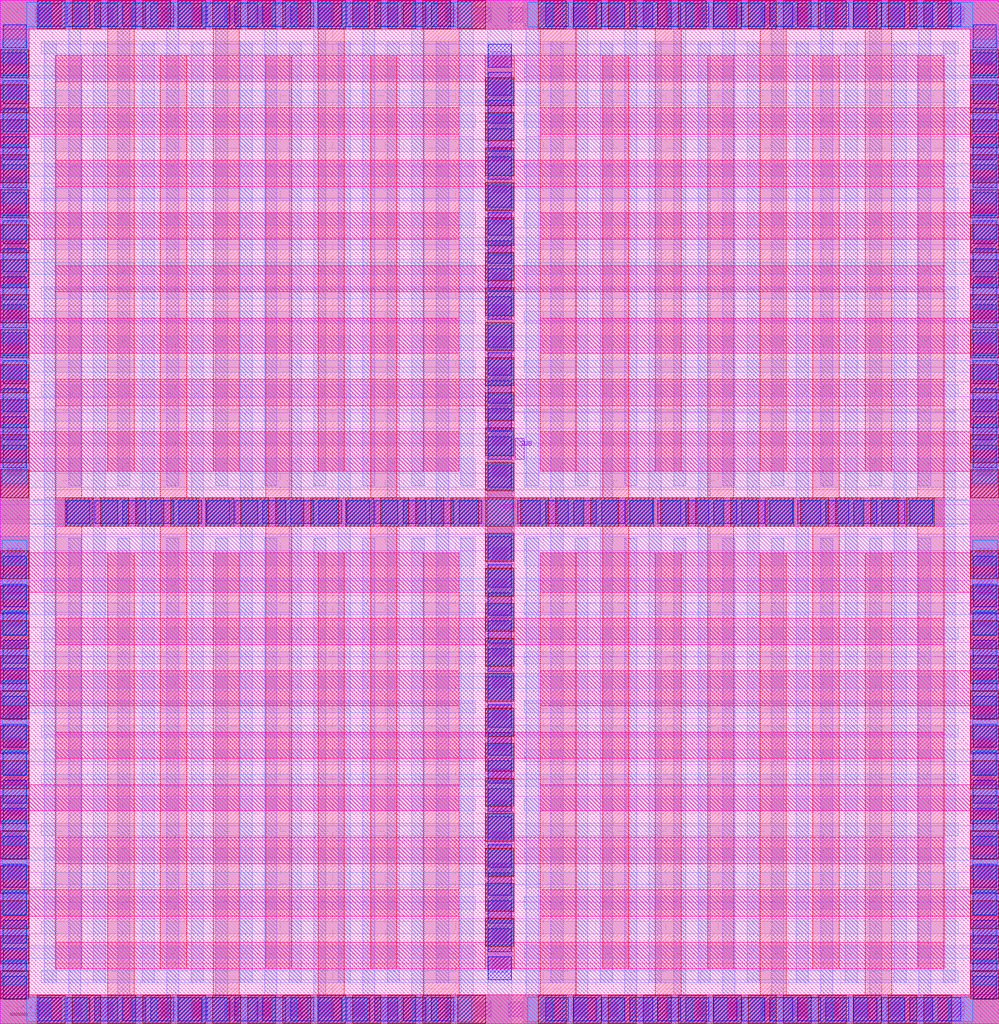
<source format=lef>
# Copyright 2020 The SkyWater PDK Authors
#
# Licensed under the Apache License, Version 2.0 (the "License");
# you may not use this file except in compliance with the License.
# You may obtain a copy of the License at
#
#     https://www.apache.org/licenses/LICENSE-2.0
#
# Unless required by applicable law or agreed to in writing, software
# distributed under the License is distributed on an "AS IS" BASIS,
# WITHOUT WARRANTIES OR CONDITIONS OF ANY KIND, either express or implied.
# See the License for the specific language governing permissions and
# limitations under the License.
#
# SPDX-License-Identifier: Apache-2.0

VERSION 5.7 ;
  NOWIREEXTENSIONATPIN ON ;
  DIVIDERCHAR "/" ;
  BUSBITCHARS "[]" ;
MACRO sky130_fd_pr__cap_vpp_11p5x11p7_l1m1m2m3m4_shieldpom5
  CLASS BLOCK ;
  FOREIGN sky130_fd_pr__cap_vpp_11p5x11p7_l1m1m2m3m4_shieldpom5 ;
  ORIGIN  0.000000  0.000000 ;
  SIZE  11.41000 BY  11.69000 ;
  PIN C0
    PORT
      LAYER met4 ;
        RECT  0.000000  0.000000 11.410000  0.330000 ;
        RECT  0.000000  0.330000  0.330000  1.230000 ;
        RECT  0.000000  1.230000  5.240000  1.530000 ;
        RECT  0.000000  1.530000  0.330000  2.430000 ;
        RECT  0.000000  2.430000  5.240000  2.730000 ;
        RECT  0.000000  2.730000  0.330000  3.630000 ;
        RECT  0.000000  3.630000  5.240000  4.030000 ;
        RECT  0.000000  4.030000  0.330000  4.930000 ;
        RECT  0.000000  4.930000  5.240000  5.380000 ;
        RECT  0.000000  5.380000  0.330000  6.310000 ;
        RECT  0.000000  6.310000  5.240000  6.760000 ;
        RECT  0.000000  6.760000  0.330000  7.660000 ;
        RECT  0.000000  7.660000  5.240000  8.060000 ;
        RECT  0.000000  8.060000  0.330000  8.960000 ;
        RECT  0.000000  8.960000  5.240000  9.260000 ;
        RECT  0.000000  9.260000  0.330000 10.160000 ;
        RECT  0.000000 10.160000  5.240000 10.460000 ;
        RECT  0.000000 10.460000  0.330000 11.360000 ;
        RECT  0.000000 11.360000 11.410000 11.690000 ;
        RECT  6.170000  1.230000 11.410000  1.530000 ;
        RECT  6.170000  2.430000 11.410000  2.730000 ;
        RECT  6.170000  3.630000 11.410000  4.030000 ;
        RECT  6.170000  4.930000 11.410000  5.380000 ;
        RECT  6.170000  6.310000 11.410000  6.760000 ;
        RECT  6.170000  7.660000 11.410000  8.060000 ;
        RECT  6.170000  8.960000 11.410000  9.260000 ;
        RECT  6.170000 10.160000 11.410000 10.460000 ;
        RECT 11.080000  0.330000 11.410000  1.230000 ;
        RECT 11.080000  1.530000 11.410000  2.430000 ;
        RECT 11.080000  2.730000 11.410000  3.630000 ;
        RECT 11.080000  4.030000 11.410000  4.930000 ;
        RECT 11.080000  5.380000 11.410000  6.310000 ;
        RECT 11.080000  6.760000 11.410000  7.660000 ;
        RECT 11.080000  8.060000 11.410000  8.960000 ;
        RECT 11.080000  9.260000 11.410000 10.160000 ;
        RECT 11.080000 10.460000 11.410000 11.360000 ;
    END
  END C0
  PIN C1
    PORT
      LAYER met4 ;
        RECT 0.630000  0.630000 10.780000  0.930000 ;
        RECT 0.630000  1.830000 10.780000  2.130000 ;
        RECT 0.630000  3.030000 10.780000  3.330000 ;
        RECT 0.630000  4.330000 10.780000  4.630000 ;
        RECT 0.630000  5.680000 10.780000  6.010000 ;
        RECT 0.630000  7.060000 10.780000  7.360000 ;
        RECT 0.630000  8.360000 10.780000  8.660000 ;
        RECT 0.630000  9.560000 10.780000  9.860000 ;
        RECT 0.630000 10.760000 10.780000 11.060000 ;
        RECT 5.540000  0.930000  5.870000  1.830000 ;
        RECT 5.540000  2.130000  5.870000  3.030000 ;
        RECT 5.540000  3.330000  5.870000  4.330000 ;
        RECT 5.540000  4.630000  5.870000  5.680000 ;
        RECT 5.540000  6.010000  5.870000  7.060000 ;
        RECT 5.540000  7.360000  5.870000  8.360000 ;
        RECT 5.540000  8.660000  5.870000  9.560000 ;
        RECT 5.540000  9.860000  5.870000 10.760000 ;
    END
  END C1
  PIN MET5
    PORT
      LAYER met5 ;
        RECT 0.000000 0.000000 11.410000 11.690000 ;
    END
  END MET5
  PIN SUB
    PORT
      LAYER pwell ;
        RECT 5.880000 6.445000 5.985000 6.690000 ;
    END
  END SUB
  OBS
    LAYER li1 ;
      RECT  0.000000  0.000000 11.410000  0.330000 ;
      RECT  0.000000  0.330000  0.330000  0.860000 ;
      RECT  0.000000  0.860000  5.400000  1.030000 ;
      RECT  0.000000  1.030000  0.330000  1.560000 ;
      RECT  0.000000  1.560000  5.400000  1.730000 ;
      RECT  0.000000  1.730000  0.330000  2.260000 ;
      RECT  0.000000  2.260000  5.400000  2.430000 ;
      RECT  0.000000  2.430000  0.330000  2.960000 ;
      RECT  0.000000  2.960000  5.400000  3.130000 ;
      RECT  0.000000  3.130000  0.330000  3.660000 ;
      RECT  0.000000  3.660000  5.400000  3.830000 ;
      RECT  0.000000  3.830000  0.330000  4.360000 ;
      RECT  0.000000  4.360000  5.400000  4.530000 ;
      RECT  0.000000  4.530000  0.330000  5.060000 ;
      RECT  0.000000  5.060000  5.400000  5.230000 ;
      RECT  0.000000  5.230000  0.330000  5.760000 ;
      RECT  0.000000  5.760000  5.400000  5.930000 ;
      RECT  0.000000  5.930000  0.330000  6.460000 ;
      RECT  0.000000  6.460000  5.400000  6.630000 ;
      RECT  0.000000  6.630000  0.330000  7.150000 ;
      RECT  0.000000  7.150000  5.400000  7.330000 ;
      RECT  0.000000  7.330000  0.330000  7.860000 ;
      RECT  0.000000  7.860000  5.400000  8.030000 ;
      RECT  0.000000  8.030000  0.330000  8.560000 ;
      RECT  0.000000  8.560000  5.400000  8.730000 ;
      RECT  0.000000  8.730000  0.330000  9.260000 ;
      RECT  0.000000  9.260000  5.400000  9.430000 ;
      RECT  0.000000  9.430000  0.330000  9.960000 ;
      RECT  0.000000  9.960000  5.400000 10.130000 ;
      RECT  0.000000 10.130000  0.330000 10.660000 ;
      RECT  0.000000 10.660000  5.400000 10.830000 ;
      RECT  0.000000 10.830000  0.330000 11.360000 ;
      RECT  0.000000 11.360000 11.410000 11.690000 ;
      RECT  0.500000  0.500000 10.905000  0.690000 ;
      RECT  0.500000  1.200000 10.905000  1.390000 ;
      RECT  0.500000  1.900000 10.905000  2.090000 ;
      RECT  0.500000  2.600000 10.905000  2.790000 ;
      RECT  0.500000  3.300000 10.905000  3.490000 ;
      RECT  0.500000  4.000000 10.905000  4.190000 ;
      RECT  0.500000  4.700000 10.905000  4.890000 ;
      RECT  0.500000  5.400000 10.905000  5.590000 ;
      RECT  0.500000  6.100000 10.905000  6.290000 ;
      RECT  0.500000  6.800000 10.905000  6.980000 ;
      RECT  0.500000  7.500000 10.905000  7.690000 ;
      RECT  0.500000  8.200000 10.905000  8.390000 ;
      RECT  0.500000  8.900000 10.905000  9.090000 ;
      RECT  0.500000  9.600000 10.905000  9.790000 ;
      RECT  0.500000 10.300000 10.905000 10.490000 ;
      RECT  0.500000 11.000000 10.905000 11.190000 ;
      RECT  5.570000  0.690000  5.840000  1.200000 ;
      RECT  5.570000  1.390000  5.840000  1.900000 ;
      RECT  5.570000  2.090000  5.840000  2.600000 ;
      RECT  5.570000  2.790000  5.840000  3.300000 ;
      RECT  5.570000  3.490000  5.840000  4.000000 ;
      RECT  5.570000  4.190000  5.840000  4.700000 ;
      RECT  5.570000  4.890000  5.840000  5.400000 ;
      RECT  5.570000  5.590000  5.840000  6.100000 ;
      RECT  5.570000  6.290000  5.840000  6.800000 ;
      RECT  5.570000  6.980000 10.905000  6.990000 ;
      RECT  5.570000  6.990000  5.840000  7.500000 ;
      RECT  5.570000  7.690000  5.840000  8.200000 ;
      RECT  5.570000  8.390000  5.840000  8.900000 ;
      RECT  5.570000  9.090000  5.840000  9.600000 ;
      RECT  5.570000  9.790000  5.840000 10.300000 ;
      RECT  5.570000 10.490000  5.840000 11.000000 ;
      RECT  6.010000  0.860000 11.410000  1.030000 ;
      RECT  6.010000  1.560000 11.410000  1.730000 ;
      RECT  6.010000  2.260000 11.410000  2.430000 ;
      RECT  6.010000  2.960000 11.410000  3.130000 ;
      RECT  6.010000  3.660000 11.410000  3.830000 ;
      RECT  6.010000  4.360000 11.410000  4.530000 ;
      RECT  6.010000  5.060000 11.410000  5.230000 ;
      RECT  6.010000  5.760000 11.410000  5.930000 ;
      RECT  6.010000  6.460000 11.410000  6.630000 ;
      RECT  6.010000  7.160000 11.410000  7.330000 ;
      RECT  6.010000  7.860000 11.410000  8.030000 ;
      RECT  6.010000  8.560000 11.410000  8.730000 ;
      RECT  6.010000  9.260000 11.410000  9.430000 ;
      RECT  6.010000  9.960000 11.410000 10.130000 ;
      RECT  6.010000 10.660000 11.410000 10.830000 ;
      RECT 11.080000  0.330000 11.410000  0.860000 ;
      RECT 11.080000  1.030000 11.410000  1.560000 ;
      RECT 11.080000  1.730000 11.410000  2.260000 ;
      RECT 11.080000  2.430000 11.410000  2.960000 ;
      RECT 11.080000  3.130000 11.410000  3.660000 ;
      RECT 11.080000  3.830000 11.410000  4.360000 ;
      RECT 11.080000  4.530000 11.410000  5.060000 ;
      RECT 11.080000  5.230000 11.410000  5.760000 ;
      RECT 11.080000  5.930000 11.410000  6.460000 ;
      RECT 11.080000  6.630000 11.410000  7.160000 ;
      RECT 11.080000  7.330000 11.410000  7.860000 ;
      RECT 11.080000  8.030000 11.410000  8.560000 ;
      RECT 11.080000  8.730000 11.410000  9.260000 ;
      RECT 11.080000  9.430000 11.410000  9.960000 ;
      RECT 11.080000 10.130000 11.410000 10.660000 ;
      RECT 11.080000 10.830000 11.410000 11.360000 ;
    LAYER mcon ;
      RECT  0.080000  0.580000  0.250000  0.750000 ;
      RECT  0.080000  0.940000  0.250000  1.110000 ;
      RECT  0.080000  1.300000  0.250000  1.470000 ;
      RECT  0.080000  1.660000  0.250000  1.830000 ;
      RECT  0.080000  2.020000  0.250000  2.190000 ;
      RECT  0.080000  2.380000  0.250000  2.550000 ;
      RECT  0.080000  2.740000  0.250000  2.910000 ;
      RECT  0.080000  3.100000  0.250000  3.270000 ;
      RECT  0.080000  3.460000  0.250000  3.630000 ;
      RECT  0.080000  3.820000  0.250000  3.990000 ;
      RECT  0.080000  4.180000  0.250000  4.350000 ;
      RECT  0.080000  4.540000  0.250000  4.710000 ;
      RECT  0.080000  4.900000  0.250000  5.070000 ;
      RECT  0.080000  5.260000  0.250000  5.430000 ;
      RECT  0.080000  6.260000  0.250000  6.430000 ;
      RECT  0.080000  6.620000  0.250000  6.790000 ;
      RECT  0.080000  6.980000  0.250000  7.150000 ;
      RECT  0.080000  7.340000  0.250000  7.510000 ;
      RECT  0.080000  7.700000  0.250000  7.870000 ;
      RECT  0.080000  8.060000  0.250000  8.230000 ;
      RECT  0.080000  8.420000  0.250000  8.590000 ;
      RECT  0.080000  8.780000  0.250000  8.950000 ;
      RECT  0.080000  9.140000  0.250000  9.310000 ;
      RECT  0.080000  9.500000  0.250000  9.670000 ;
      RECT  0.080000  9.860000  0.250000 10.030000 ;
      RECT  0.080000 10.220000  0.250000 10.390000 ;
      RECT  0.080000 10.580000  0.250000 10.750000 ;
      RECT  0.080000 10.940000  0.250000 11.110000 ;
      RECT  0.400000  0.080000  0.570000  0.250000 ;
      RECT  0.400000 11.440000  0.570000 11.610000 ;
      RECT  0.760000  0.080000  0.930000  0.250000 ;
      RECT  0.760000 11.440000  0.930000 11.610000 ;
      RECT  1.120000  0.080000  1.290000  0.250000 ;
      RECT  1.120000 11.440000  1.290000 11.610000 ;
      RECT  1.480000  0.080000  1.650000  0.250000 ;
      RECT  1.480000 11.440000  1.650000 11.610000 ;
      RECT  1.840000  0.080000  2.010000  0.250000 ;
      RECT  1.840000 11.440000  2.010000 11.610000 ;
      RECT  2.200000  0.080000  2.370000  0.250000 ;
      RECT  2.200000 11.440000  2.370000 11.610000 ;
      RECT  2.560000  0.080000  2.730000  0.250000 ;
      RECT  2.560000 11.440000  2.730000 11.610000 ;
      RECT  2.920000  0.080000  3.090000  0.250000 ;
      RECT  2.920000 11.440000  3.090000 11.610000 ;
      RECT  3.280000  0.080000  3.450000  0.250000 ;
      RECT  3.280000 11.440000  3.450000 11.610000 ;
      RECT  3.640000  0.080000  3.810000  0.250000 ;
      RECT  3.640000 11.440000  3.810000 11.610000 ;
      RECT  4.000000  0.080000  4.170000  0.250000 ;
      RECT  4.000000 11.440000  4.170000 11.610000 ;
      RECT  4.360000  0.080000  4.530000  0.250000 ;
      RECT  4.360000 11.440000  4.530000 11.610000 ;
      RECT  4.720000  0.080000  4.890000  0.250000 ;
      RECT  4.720000 11.440000  4.890000 11.610000 ;
      RECT  5.080000  0.080000  5.250000  0.250000 ;
      RECT  5.080000 11.440000  5.250000 11.610000 ;
      RECT  5.440000  0.080000  5.610000  0.250000 ;
      RECT  5.440000 11.440000  5.610000 11.610000 ;
      RECT  5.620000  0.590000  5.790000  0.760000 ;
      RECT  5.620000  0.950000  5.790000  1.120000 ;
      RECT  5.620000  1.310000  5.790000  1.480000 ;
      RECT  5.620000  1.670000  5.790000  1.840000 ;
      RECT  5.620000  2.030000  5.790000  2.200000 ;
      RECT  5.620000  2.390000  5.790000  2.560000 ;
      RECT  5.620000  2.750000  5.790000  2.920000 ;
      RECT  5.620000  3.110000  5.790000  3.280000 ;
      RECT  5.620000  3.470000  5.790000  3.640000 ;
      RECT  5.620000  3.830000  5.790000  4.000000 ;
      RECT  5.620000  4.190000  5.790000  4.360000 ;
      RECT  5.620000  4.550000  5.790000  4.720000 ;
      RECT  5.620000  4.910000  5.790000  5.080000 ;
      RECT  5.620000  5.270000  5.790000  5.440000 ;
      RECT  5.620000  6.250000  5.790000  6.420000 ;
      RECT  5.620000  6.610000  5.790000  6.780000 ;
      RECT  5.620000  6.970000  5.790000  7.140000 ;
      RECT  5.620000  7.330000  5.790000  7.500000 ;
      RECT  5.620000  7.690000  5.790000  7.860000 ;
      RECT  5.620000  8.050000  5.790000  8.220000 ;
      RECT  5.620000  8.410000  5.790000  8.580000 ;
      RECT  5.620000  8.770000  5.790000  8.940000 ;
      RECT  5.620000  9.130000  5.790000  9.300000 ;
      RECT  5.620000  9.490000  5.790000  9.660000 ;
      RECT  5.620000  9.850000  5.790000 10.020000 ;
      RECT  5.620000 10.210000  5.790000 10.380000 ;
      RECT  5.620000 10.570000  5.790000 10.740000 ;
      RECT  5.620000 10.930000  5.790000 11.100000 ;
      RECT  5.800000  0.080000  5.970000  0.250000 ;
      RECT  5.800000 11.440000  5.970000 11.610000 ;
      RECT  6.160000  0.080000  6.330000  0.250000 ;
      RECT  6.160000 11.440000  6.330000 11.610000 ;
      RECT  6.520000  0.080000  6.690000  0.250000 ;
      RECT  6.520000 11.440000  6.690000 11.610000 ;
      RECT  6.880000  0.080000  7.050000  0.250000 ;
      RECT  6.880000 11.440000  7.050000 11.610000 ;
      RECT  7.240000  0.080000  7.410000  0.250000 ;
      RECT  7.240000 11.440000  7.410000 11.610000 ;
      RECT  7.600000  0.080000  7.770000  0.250000 ;
      RECT  7.600000 11.440000  7.770000 11.610000 ;
      RECT  7.960000  0.080000  8.130000  0.250000 ;
      RECT  7.960000 11.440000  8.130000 11.610000 ;
      RECT  8.320000  0.080000  8.490000  0.250000 ;
      RECT  8.320000 11.440000  8.490000 11.610000 ;
      RECT  8.680000  0.080000  8.850000  0.250000 ;
      RECT  8.680000 11.440000  8.850000 11.610000 ;
      RECT  9.040000  0.080000  9.210000  0.250000 ;
      RECT  9.040000 11.440000  9.210000 11.610000 ;
      RECT  9.400000  0.080000  9.570000  0.250000 ;
      RECT  9.400000 11.440000  9.570000 11.610000 ;
      RECT  9.760000  0.080000  9.930000  0.250000 ;
      RECT  9.760000 11.440000  9.930000 11.610000 ;
      RECT 10.120000  0.080000 10.290000  0.250000 ;
      RECT 10.120000 11.440000 10.290000 11.610000 ;
      RECT 10.480000  0.080000 10.650000  0.250000 ;
      RECT 10.480000 11.440000 10.650000 11.610000 ;
      RECT 10.840000  0.080000 11.010000  0.250000 ;
      RECT 10.840000 11.440000 11.010000 11.610000 ;
      RECT 11.160000  0.580000 11.330000  0.750000 ;
      RECT 11.160000  0.940000 11.330000  1.110000 ;
      RECT 11.160000  1.300000 11.330000  1.470000 ;
      RECT 11.160000  1.660000 11.330000  1.830000 ;
      RECT 11.160000  2.020000 11.330000  2.190000 ;
      RECT 11.160000  2.380000 11.330000  2.550000 ;
      RECT 11.160000  2.740000 11.330000  2.910000 ;
      RECT 11.160000  3.100000 11.330000  3.270000 ;
      RECT 11.160000  3.460000 11.330000  3.630000 ;
      RECT 11.160000  3.820000 11.330000  3.990000 ;
      RECT 11.160000  4.180000 11.330000  4.350000 ;
      RECT 11.160000  4.540000 11.330000  4.710000 ;
      RECT 11.160000  4.900000 11.330000  5.070000 ;
      RECT 11.160000  5.260000 11.330000  5.430000 ;
      RECT 11.160000  6.260000 11.330000  6.430000 ;
      RECT 11.160000  6.620000 11.330000  6.790000 ;
      RECT 11.160000  6.980000 11.330000  7.150000 ;
      RECT 11.160000  7.340000 11.330000  7.510000 ;
      RECT 11.160000  7.700000 11.330000  7.870000 ;
      RECT 11.160000  8.060000 11.330000  8.230000 ;
      RECT 11.160000  8.420000 11.330000  8.590000 ;
      RECT 11.160000  8.780000 11.330000  8.950000 ;
      RECT 11.160000  9.140000 11.330000  9.310000 ;
      RECT 11.160000  9.500000 11.330000  9.670000 ;
      RECT 11.160000  9.860000 11.330000 10.030000 ;
      RECT 11.160000 10.220000 11.330000 10.390000 ;
      RECT 11.160000 10.580000 11.330000 10.750000 ;
      RECT 11.160000 10.940000 11.330000 11.110000 ;
    LAYER met1 ;
      RECT  0.000000  0.000000 11.410000  0.330000 ;
      RECT  0.000000  0.330000  0.330000 11.360000 ;
      RECT  0.000000 11.360000 11.410000 11.690000 ;
      RECT  0.500000  0.470000  0.640000  5.685000 ;
      RECT  0.500000  5.685000 10.910000  6.005000 ;
      RECT  0.500000  6.005000  0.640000 11.220000 ;
      RECT  0.780000  0.330000  0.920000  5.545000 ;
      RECT  0.780000  6.145000  0.920000 11.360000 ;
      RECT  1.060000  0.470000  1.200000  5.685000 ;
      RECT  1.060000  6.005000  1.200000 11.220000 ;
      RECT  1.340000  0.330000  1.480000  5.545000 ;
      RECT  1.340000  6.145000  1.480000 11.360000 ;
      RECT  1.620000  0.470000  1.760000  5.685000 ;
      RECT  1.620000  6.005000  1.760000 11.220000 ;
      RECT  1.900000  0.330000  2.040000  5.545000 ;
      RECT  1.900000  6.145000  2.040000 11.360000 ;
      RECT  2.180000  0.470000  2.320000  5.685000 ;
      RECT  2.180000  6.005000  2.320000 11.220000 ;
      RECT  2.460000  0.330000  2.600000  5.545000 ;
      RECT  2.460000  6.145000  2.600000 11.360000 ;
      RECT  2.740000  0.470000  2.880000  5.685000 ;
      RECT  2.740000  6.005000  2.880000 11.220000 ;
      RECT  3.020000  0.330000  3.160000  5.545000 ;
      RECT  3.020000  6.145000  3.160000 11.360000 ;
      RECT  3.300000  0.470000  3.440000  5.685000 ;
      RECT  3.300000  6.005000  3.440000 11.220000 ;
      RECT  3.580000  0.330000  3.720000  5.545000 ;
      RECT  3.580000  6.145000  3.720000 11.360000 ;
      RECT  3.860000  0.470000  4.000000  5.685000 ;
      RECT  3.860000  6.005000  4.000000 11.220000 ;
      RECT  4.140000  0.330000  4.280000  5.545000 ;
      RECT  4.140000  6.145000  4.280000 11.360000 ;
      RECT  4.420000  0.470000  4.560000  5.685000 ;
      RECT  4.420000  6.005000  4.560000 11.220000 ;
      RECT  4.700000  0.330000  4.840000  5.545000 ;
      RECT  4.700000  6.145000  4.840000 11.360000 ;
      RECT  4.980000  0.470000  5.120000  5.685000 ;
      RECT  4.980000  6.005000  5.120000 11.220000 ;
      RECT  5.260000  0.330000  5.400000  5.545000 ;
      RECT  5.260000  6.145000  5.400000 11.360000 ;
      RECT  5.570000  0.470000  5.840000  5.685000 ;
      RECT  5.570000  6.005000  5.840000 11.220000 ;
      RECT  6.010000  0.330000  6.150000  5.545000 ;
      RECT  6.010000  6.145000  6.150000 11.360000 ;
      RECT  6.290000  0.470000  6.430000  5.685000 ;
      RECT  6.290000  6.005000  6.430000 11.220000 ;
      RECT  6.570000  0.330000  6.710000  5.545000 ;
      RECT  6.570000  6.145000  6.710000 11.360000 ;
      RECT  6.850000  0.470000  6.990000  5.685000 ;
      RECT  6.850000  6.005000  6.990000 11.220000 ;
      RECT  7.130000  0.330000  7.270000  5.545000 ;
      RECT  7.130000  6.145000  7.270000 11.360000 ;
      RECT  7.410000  0.470000  7.550000  5.685000 ;
      RECT  7.410000  6.005000  7.550000 11.220000 ;
      RECT  7.690000  0.330000  7.830000  5.545000 ;
      RECT  7.690000  6.145000  7.830000 11.360000 ;
      RECT  7.970000  0.470000  8.110000  5.685000 ;
      RECT  7.970000  6.005000  8.110000 11.220000 ;
      RECT  8.250000  0.330000  8.390000  5.545000 ;
      RECT  8.250000  6.145000  8.390000 11.360000 ;
      RECT  8.530000  0.470000  8.670000  5.685000 ;
      RECT  8.530000  6.005000  8.670000 11.220000 ;
      RECT  8.810000  0.330000  8.950000  5.545000 ;
      RECT  8.810000  6.145000  8.950000 11.360000 ;
      RECT  9.090000  0.470000  9.230000  5.685000 ;
      RECT  9.090000  6.005000  9.230000 11.220000 ;
      RECT  9.370000  0.330000  9.510000  5.545000 ;
      RECT  9.370000  6.145000  9.510000 11.360000 ;
      RECT  9.650000  0.470000  9.790000  5.685000 ;
      RECT  9.650000  6.005000  9.790000 11.220000 ;
      RECT  9.930000  0.330000 10.070000  5.545000 ;
      RECT  9.930000  6.145000 10.070000 11.360000 ;
      RECT 10.210000  0.470000 10.350000  5.685000 ;
      RECT 10.210000  6.005000 10.350000 11.220000 ;
      RECT 10.490000  0.330000 10.630000  5.545000 ;
      RECT 10.490000  6.145000 10.630000 11.360000 ;
      RECT 10.770000  0.470000 10.910000  5.685000 ;
      RECT 10.770000  6.005000 10.910000 11.220000 ;
      RECT 11.080000  0.330000 11.410000 11.360000 ;
    LAYER met2 ;
      RECT  0.000000  0.000000  5.430000  0.330000 ;
      RECT  0.000000  0.330000  0.330000  0.750000 ;
      RECT  0.000000  0.750000  5.425000  0.890000 ;
      RECT  0.000000  0.890000  0.330000  1.310000 ;
      RECT  0.000000  1.310000  5.425000  1.450000 ;
      RECT  0.000000  1.450000  0.330000  1.870000 ;
      RECT  0.000000  1.870000  5.425000  2.010000 ;
      RECT  0.000000  2.010000  0.330000  2.430000 ;
      RECT  0.000000  2.430000  5.425000  2.570000 ;
      RECT  0.000000  2.570000  0.330000  2.990000 ;
      RECT  0.000000  2.990000  5.425000  3.130000 ;
      RECT  0.000000  3.130000  0.330000  3.550000 ;
      RECT  0.000000  3.550000  5.425000  3.690000 ;
      RECT  0.000000  3.690000  0.330000  4.110000 ;
      RECT  0.000000  4.110000  5.425000  4.250000 ;
      RECT  0.000000  4.250000  0.330000  4.670000 ;
      RECT  0.000000  4.670000  5.425000  4.810000 ;
      RECT  0.000000  4.810000  0.330000  5.230000 ;
      RECT  0.000000  5.230000  5.425000  5.565000 ;
      RECT  0.000000  5.565000  0.330000  5.570000 ;
      RECT  0.000000  5.710000 11.410000  5.980000 ;
      RECT  0.000000  6.120000  0.330000  6.125000 ;
      RECT  0.000000  6.125000  5.425000  6.460000 ;
      RECT  0.000000  6.460000  0.330000  6.880000 ;
      RECT  0.000000  6.880000  5.425000  7.020000 ;
      RECT  0.000000  7.020000  0.330000  7.440000 ;
      RECT  0.000000  7.440000  5.425000  7.580000 ;
      RECT  0.000000  7.580000  0.330000  8.000000 ;
      RECT  0.000000  8.000000  5.425000  8.140000 ;
      RECT  0.000000  8.140000  0.330000  8.560000 ;
      RECT  0.000000  8.560000  5.425000  8.700000 ;
      RECT  0.000000  8.700000  0.330000  9.120000 ;
      RECT  0.000000  9.120000  5.425000  9.260000 ;
      RECT  0.000000  9.260000  0.330000  9.680000 ;
      RECT  0.000000  9.680000  5.425000  9.820000 ;
      RECT  0.000000  9.820000  0.330000 10.240000 ;
      RECT  0.000000 10.240000  5.425000 10.380000 ;
      RECT  0.000000 10.380000  0.330000 10.800000 ;
      RECT  0.000000 10.800000  5.425000 10.940000 ;
      RECT  0.000000 10.940000  0.330000 11.360000 ;
      RECT  0.000000 11.360000  5.430000 11.690000 ;
      RECT  0.370000  5.705000 11.040000  5.710000 ;
      RECT  0.370000  5.980000 11.040000  5.985000 ;
      RECT  0.470000  0.470000 10.940000  0.610000 ;
      RECT  0.470000  1.030000 10.940000  1.170000 ;
      RECT  0.470000  1.590000 10.940000  1.730000 ;
      RECT  0.470000  2.150000 10.940000  2.290000 ;
      RECT  0.470000  2.710000 10.940000  2.850000 ;
      RECT  0.470000  3.270000 10.940000  3.410000 ;
      RECT  0.470000  3.830000 10.940000  3.970000 ;
      RECT  0.470000  4.390000 10.940000  4.530000 ;
      RECT  0.470000  4.950000 10.940000  5.090000 ;
      RECT  0.470000  6.600000 10.940000  6.740000 ;
      RECT  0.470000  7.160000 10.940000  7.300000 ;
      RECT  0.470000  7.720000 10.940000  7.860000 ;
      RECT  0.470000  8.280000 10.940000  8.420000 ;
      RECT  0.470000  8.840000 10.940000  8.980000 ;
      RECT  0.470000  9.400000 10.940000  9.540000 ;
      RECT  0.470000  9.960000 10.940000 10.100000 ;
      RECT  0.470000 10.520000 10.940000 10.660000 ;
      RECT  0.470000 11.080000 10.940000 11.220000 ;
      RECT  5.565000  0.610000  5.845000  1.030000 ;
      RECT  5.565000  1.170000  5.845000  1.590000 ;
      RECT  5.565000  1.730000  5.845000  2.150000 ;
      RECT  5.565000  2.290000  5.845000  2.710000 ;
      RECT  5.565000  2.850000  5.845000  3.270000 ;
      RECT  5.565000  3.410000  5.845000  3.830000 ;
      RECT  5.565000  3.970000  5.845000  4.390000 ;
      RECT  5.565000  4.530000  5.845000  4.950000 ;
      RECT  5.565000  5.090000  5.845000  5.705000 ;
      RECT  5.565000  5.985000  5.845000  6.600000 ;
      RECT  5.565000  6.740000  5.845000  7.160000 ;
      RECT  5.565000  7.300000  5.845000  7.720000 ;
      RECT  5.565000  7.860000  5.845000  8.280000 ;
      RECT  5.565000  8.420000  5.845000  8.840000 ;
      RECT  5.565000  8.980000  5.845000  9.400000 ;
      RECT  5.565000  9.540000  5.845000  9.960000 ;
      RECT  5.565000 10.100000  5.845000 10.520000 ;
      RECT  5.565000 10.660000  5.845000 11.080000 ;
      RECT  5.570000  0.000000  5.840000  0.470000 ;
      RECT  5.570000 11.220000  5.840000 11.690000 ;
      RECT  5.980000  0.000000 11.410000  0.330000 ;
      RECT  5.980000 11.360000 11.410000 11.690000 ;
      RECT  5.985000  0.750000 11.410000  0.890000 ;
      RECT  5.985000  1.310000 11.410000  1.450000 ;
      RECT  5.985000  1.870000 11.410000  2.010000 ;
      RECT  5.985000  2.430000 11.410000  2.570000 ;
      RECT  5.985000  2.990000 11.410000  3.130000 ;
      RECT  5.985000  3.550000 11.410000  3.690000 ;
      RECT  5.985000  4.110000 11.410000  4.250000 ;
      RECT  5.985000  4.670000 11.410000  4.810000 ;
      RECT  5.985000  5.230000 11.410000  5.565000 ;
      RECT  5.985000  6.125000 11.410000  6.460000 ;
      RECT  5.985000  6.880000 11.410000  7.020000 ;
      RECT  5.985000  7.440000 11.410000  7.580000 ;
      RECT  5.985000  8.000000 11.410000  8.140000 ;
      RECT  5.985000  8.560000 11.410000  8.700000 ;
      RECT  5.985000  9.120000 11.410000  9.260000 ;
      RECT  5.985000  9.680000 11.410000  9.820000 ;
      RECT  5.985000 10.240000 11.410000 10.380000 ;
      RECT  5.985000 10.800000 11.410000 10.940000 ;
      RECT 11.080000  0.330000 11.410000  0.750000 ;
      RECT 11.080000  0.890000 11.410000  1.310000 ;
      RECT 11.080000  1.450000 11.410000  1.870000 ;
      RECT 11.080000  2.010000 11.410000  2.430000 ;
      RECT 11.080000  2.570000 11.410000  2.990000 ;
      RECT 11.080000  3.130000 11.410000  3.550000 ;
      RECT 11.080000  3.690000 11.410000  4.110000 ;
      RECT 11.080000  4.250000 11.410000  4.670000 ;
      RECT 11.080000  4.810000 11.410000  5.230000 ;
      RECT 11.080000  5.565000 11.410000  5.570000 ;
      RECT 11.080000  6.120000 11.410000  6.125000 ;
      RECT 11.080000  6.460000 11.410000  6.880000 ;
      RECT 11.080000  7.020000 11.410000  7.440000 ;
      RECT 11.080000  7.580000 11.410000  8.000000 ;
      RECT 11.080000  8.140000 11.410000  8.560000 ;
      RECT 11.080000  8.700000 11.410000  9.120000 ;
      RECT 11.080000  9.260000 11.410000  9.680000 ;
      RECT 11.080000  9.820000 11.410000 10.240000 ;
      RECT 11.080000 10.380000 11.410000 10.800000 ;
      RECT 11.080000 10.940000 11.410000 11.360000 ;
    LAYER met3 ;
      RECT  0.000000  0.000000 11.410000  0.330000 ;
      RECT  0.000000  0.330000  0.330000 11.360000 ;
      RECT  0.000000 11.360000 11.410000 11.690000 ;
      RECT  0.630000  0.630000  0.930000  5.680000 ;
      RECT  0.630000  5.680000 10.780000  6.010000 ;
      RECT  0.630000  6.010000  0.930000 11.060000 ;
      RECT  1.230000  0.330000  1.530000  5.380000 ;
      RECT  1.230000  6.310000  1.530000 11.360000 ;
      RECT  1.830000  0.630000  2.130000  5.680000 ;
      RECT  1.830000  6.010000  2.130000 11.060000 ;
      RECT  2.430000  0.330000  2.730000  5.380000 ;
      RECT  2.430000  6.310000  2.730000 11.360000 ;
      RECT  3.030000  0.630000  3.330000  5.680000 ;
      RECT  3.030000  6.010000  3.330000 11.060000 ;
      RECT  3.630000  0.330000  3.930000  5.380000 ;
      RECT  3.630000  6.310000  3.930000 11.360000 ;
      RECT  4.230000  0.630000  4.530000  5.680000 ;
      RECT  4.230000  6.010000  4.530000 11.060000 ;
      RECT  4.830000  0.330000  5.240000  5.380000 ;
      RECT  4.830000  6.310000  5.240000 11.360000 ;
      RECT  5.540000  0.630000  5.870000  5.680000 ;
      RECT  5.540000  6.010000  5.870000 11.060000 ;
      RECT  6.170000  0.330000  6.580000  5.380000 ;
      RECT  6.170000  6.310000  6.580000 11.360000 ;
      RECT  6.880000  0.630000  7.180000  5.680000 ;
      RECT  6.880000  6.010000  7.180000 11.060000 ;
      RECT  7.480000  0.330000  7.780000  5.380000 ;
      RECT  7.480000  6.310000  7.780000 11.360000 ;
      RECT  8.080000  0.630000  8.380000  5.680000 ;
      RECT  8.080000  6.010000  8.380000 11.060000 ;
      RECT  8.680000  0.330000  8.980000  5.380000 ;
      RECT  8.680000  6.310000  8.980000 11.360000 ;
      RECT  9.280000  0.630000  9.580000  5.680000 ;
      RECT  9.280000  6.010000  9.580000 11.060000 ;
      RECT  9.880000  0.330000 10.180000  5.380000 ;
      RECT  9.880000  6.310000 10.180000 11.360000 ;
      RECT 10.480000  0.630000 10.780000  5.680000 ;
      RECT 10.480000  6.010000 10.780000 11.060000 ;
      RECT 11.080000  0.330000 11.410000 11.360000 ;
    LAYER via ;
      RECT  0.035000  0.280000  0.295000  0.540000 ;
      RECT  0.035000  0.600000  0.295000  0.860000 ;
      RECT  0.035000  0.920000  0.295000  1.180000 ;
      RECT  0.035000  1.240000  0.295000  1.500000 ;
      RECT  0.035000  1.560000  0.295000  1.820000 ;
      RECT  0.035000  1.880000  0.295000  2.140000 ;
      RECT  0.035000  2.200000  0.295000  2.460000 ;
      RECT  0.035000  2.520000  0.295000  2.780000 ;
      RECT  0.035000  2.840000  0.295000  3.100000 ;
      RECT  0.035000  3.160000  0.295000  3.420000 ;
      RECT  0.035000  3.480000  0.295000  3.740000 ;
      RECT  0.035000  3.800000  0.295000  4.060000 ;
      RECT  0.035000  4.120000  0.295000  4.380000 ;
      RECT  0.035000  4.440000  0.295000  4.700000 ;
      RECT  0.035000  4.760000  0.295000  5.020000 ;
      RECT  0.035000  5.080000  0.295000  5.340000 ;
      RECT  0.035000  6.350000  0.295000  6.610000 ;
      RECT  0.035000  6.670000  0.295000  6.930000 ;
      RECT  0.035000  6.990000  0.295000  7.250000 ;
      RECT  0.035000  7.310000  0.295000  7.570000 ;
      RECT  0.035000  7.630000  0.295000  7.890000 ;
      RECT  0.035000  7.950000  0.295000  8.210000 ;
      RECT  0.035000  8.270000  0.295000  8.530000 ;
      RECT  0.035000  8.590000  0.295000  8.850000 ;
      RECT  0.035000  8.910000  0.295000  9.170000 ;
      RECT  0.035000  9.230000  0.295000  9.490000 ;
      RECT  0.035000  9.550000  0.295000  9.810000 ;
      RECT  0.035000  9.870000  0.295000 10.130000 ;
      RECT  0.035000 10.190000  0.295000 10.450000 ;
      RECT  0.035000 10.510000  0.295000 10.770000 ;
      RECT  0.035000 10.830000  0.295000 11.090000 ;
      RECT  0.035000 11.150000  0.295000 11.410000 ;
      RECT  0.440000  0.035000  0.700000  0.295000 ;
      RECT  0.440000 11.395000  0.700000 11.655000 ;
      RECT  0.760000  0.035000  1.020000  0.295000 ;
      RECT  0.760000  5.715000  1.020000  5.975000 ;
      RECT  0.760000 11.395000  1.020000 11.655000 ;
      RECT  1.080000  0.035000  1.340000  0.295000 ;
      RECT  1.080000  5.715000  1.340000  5.975000 ;
      RECT  1.080000 11.395000  1.340000 11.655000 ;
      RECT  1.400000  0.035000  1.660000  0.295000 ;
      RECT  1.400000  5.715000  1.660000  5.975000 ;
      RECT  1.400000 11.395000  1.660000 11.655000 ;
      RECT  1.720000  0.035000  1.980000  0.295000 ;
      RECT  1.720000  5.715000  1.980000  5.975000 ;
      RECT  1.720000 11.395000  1.980000 11.655000 ;
      RECT  2.040000  0.035000  2.300000  0.295000 ;
      RECT  2.040000  5.715000  2.300000  5.975000 ;
      RECT  2.040000 11.395000  2.300000 11.655000 ;
      RECT  2.360000  0.035000  2.620000  0.295000 ;
      RECT  2.360000  5.715000  2.620000  5.975000 ;
      RECT  2.360000 11.395000  2.620000 11.655000 ;
      RECT  2.680000  0.035000  2.940000  0.295000 ;
      RECT  2.680000  5.715000  2.940000  5.975000 ;
      RECT  2.680000 11.395000  2.940000 11.655000 ;
      RECT  3.000000  0.035000  3.260000  0.295000 ;
      RECT  3.000000  5.715000  3.260000  5.975000 ;
      RECT  3.000000 11.395000  3.260000 11.655000 ;
      RECT  3.320000  0.035000  3.580000  0.295000 ;
      RECT  3.320000  5.715000  3.580000  5.975000 ;
      RECT  3.320000 11.395000  3.580000 11.655000 ;
      RECT  3.640000  0.035000  3.900000  0.295000 ;
      RECT  3.640000  5.715000  3.900000  5.975000 ;
      RECT  3.640000 11.395000  3.900000 11.655000 ;
      RECT  3.960000  0.035000  4.220000  0.295000 ;
      RECT  3.960000  5.715000  4.220000  5.975000 ;
      RECT  3.960000 11.395000  4.220000 11.655000 ;
      RECT  4.280000  0.035000  4.540000  0.295000 ;
      RECT  4.280000  5.715000  4.540000  5.975000 ;
      RECT  4.280000 11.395000  4.540000 11.655000 ;
      RECT  4.600000  0.035000  4.860000  0.295000 ;
      RECT  4.600000  5.715000  4.860000  5.975000 ;
      RECT  4.600000 11.395000  4.860000 11.655000 ;
      RECT  4.920000  0.035000  5.180000  0.295000 ;
      RECT  4.920000  5.715000  5.180000  5.975000 ;
      RECT  4.920000 11.395000  5.180000 11.655000 ;
      RECT  5.240000  5.715000  5.500000  5.975000 ;
      RECT  5.575000  0.505000  5.835000  0.765000 ;
      RECT  5.575000  0.825000  5.835000  1.085000 ;
      RECT  5.575000  1.145000  5.835000  1.405000 ;
      RECT  5.575000  1.465000  5.835000  1.725000 ;
      RECT  5.575000  1.785000  5.835000  2.045000 ;
      RECT  5.575000  2.105000  5.835000  2.365000 ;
      RECT  5.575000  2.425000  5.835000  2.685000 ;
      RECT  5.575000  2.745000  5.835000  3.005000 ;
      RECT  5.575000  3.065000  5.835000  3.325000 ;
      RECT  5.575000  3.385000  5.835000  3.645000 ;
      RECT  5.575000  3.705000  5.835000  3.965000 ;
      RECT  5.575000  4.025000  5.835000  4.285000 ;
      RECT  5.575000  4.345000  5.835000  4.605000 ;
      RECT  5.575000  4.665000  5.835000  4.925000 ;
      RECT  5.575000  4.985000  5.835000  5.245000 ;
      RECT  5.575000  5.305000  5.835000  5.565000 ;
      RECT  5.575000  6.125000  5.835000  6.385000 ;
      RECT  5.575000  6.445000  5.835000  6.705000 ;
      RECT  5.575000  6.765000  5.835000  7.025000 ;
      RECT  5.575000  7.085000  5.835000  7.345000 ;
      RECT  5.575000  7.405000  5.835000  7.665000 ;
      RECT  5.575000  7.725000  5.835000  7.985000 ;
      RECT  5.575000  8.045000  5.835000  8.305000 ;
      RECT  5.575000  8.365000  5.835000  8.625000 ;
      RECT  5.575000  8.685000  5.835000  8.945000 ;
      RECT  5.575000  9.005000  5.835000  9.265000 ;
      RECT  5.575000  9.325000  5.835000  9.585000 ;
      RECT  5.575000  9.645000  5.835000  9.905000 ;
      RECT  5.575000  9.965000  5.835000 10.225000 ;
      RECT  5.575000 10.285000  5.835000 10.545000 ;
      RECT  5.575000 10.605000  5.835000 10.865000 ;
      RECT  5.575000 10.925000  5.835000 11.185000 ;
      RECT  5.910000  5.715000  6.170000  5.975000 ;
      RECT  6.230000  0.035000  6.490000  0.295000 ;
      RECT  6.230000  5.715000  6.490000  5.975000 ;
      RECT  6.230000 11.395000  6.490000 11.655000 ;
      RECT  6.550000  0.035000  6.810000  0.295000 ;
      RECT  6.550000  5.715000  6.810000  5.975000 ;
      RECT  6.550000 11.395000  6.810000 11.655000 ;
      RECT  6.870000  0.035000  7.130000  0.295000 ;
      RECT  6.870000  5.715000  7.130000  5.975000 ;
      RECT  6.870000 11.395000  7.130000 11.655000 ;
      RECT  7.190000  0.035000  7.450000  0.295000 ;
      RECT  7.190000  5.715000  7.450000  5.975000 ;
      RECT  7.190000 11.395000  7.450000 11.655000 ;
      RECT  7.510000  0.035000  7.770000  0.295000 ;
      RECT  7.510000  5.715000  7.770000  5.975000 ;
      RECT  7.510000 11.395000  7.770000 11.655000 ;
      RECT  7.830000  0.035000  8.090000  0.295000 ;
      RECT  7.830000  5.715000  8.090000  5.975000 ;
      RECT  7.830000 11.395000  8.090000 11.655000 ;
      RECT  8.150000  0.035000  8.410000  0.295000 ;
      RECT  8.150000  5.715000  8.410000  5.975000 ;
      RECT  8.150000 11.395000  8.410000 11.655000 ;
      RECT  8.470000  0.035000  8.730000  0.295000 ;
      RECT  8.470000  5.715000  8.730000  5.975000 ;
      RECT  8.470000 11.395000  8.730000 11.655000 ;
      RECT  8.790000  0.035000  9.050000  0.295000 ;
      RECT  8.790000  5.715000  9.050000  5.975000 ;
      RECT  8.790000 11.395000  9.050000 11.655000 ;
      RECT  9.110000  0.035000  9.370000  0.295000 ;
      RECT  9.110000  5.715000  9.370000  5.975000 ;
      RECT  9.110000 11.395000  9.370000 11.655000 ;
      RECT  9.430000  0.035000  9.690000  0.295000 ;
      RECT  9.430000  5.715000  9.690000  5.975000 ;
      RECT  9.430000 11.395000  9.690000 11.655000 ;
      RECT  9.750000  0.035000 10.010000  0.295000 ;
      RECT  9.750000  5.715000 10.010000  5.975000 ;
      RECT  9.750000 11.395000 10.010000 11.655000 ;
      RECT 10.070000  0.035000 10.330000  0.295000 ;
      RECT 10.070000  5.715000 10.330000  5.975000 ;
      RECT 10.070000 11.395000 10.330000 11.655000 ;
      RECT 10.390000  0.035000 10.650000  0.295000 ;
      RECT 10.390000  5.715000 10.650000  5.975000 ;
      RECT 10.390000 11.395000 10.650000 11.655000 ;
      RECT 10.710000  0.035000 10.970000  0.295000 ;
      RECT 10.710000 11.395000 10.970000 11.655000 ;
      RECT 11.115000  0.280000 11.375000  0.540000 ;
      RECT 11.115000  0.600000 11.375000  0.860000 ;
      RECT 11.115000  0.920000 11.375000  1.180000 ;
      RECT 11.115000  1.240000 11.375000  1.500000 ;
      RECT 11.115000  1.560000 11.375000  1.820000 ;
      RECT 11.115000  1.880000 11.375000  2.140000 ;
      RECT 11.115000  2.200000 11.375000  2.460000 ;
      RECT 11.115000  2.520000 11.375000  2.780000 ;
      RECT 11.115000  2.840000 11.375000  3.100000 ;
      RECT 11.115000  3.160000 11.375000  3.420000 ;
      RECT 11.115000  3.480000 11.375000  3.740000 ;
      RECT 11.115000  3.800000 11.375000  4.060000 ;
      RECT 11.115000  4.120000 11.375000  4.380000 ;
      RECT 11.115000  4.440000 11.375000  4.700000 ;
      RECT 11.115000  4.760000 11.375000  5.020000 ;
      RECT 11.115000  5.080000 11.375000  5.340000 ;
      RECT 11.115000  6.350000 11.375000  6.610000 ;
      RECT 11.115000  6.670000 11.375000  6.930000 ;
      RECT 11.115000  6.990000 11.375000  7.250000 ;
      RECT 11.115000  7.310000 11.375000  7.570000 ;
      RECT 11.115000  7.630000 11.375000  7.890000 ;
      RECT 11.115000  7.950000 11.375000  8.210000 ;
      RECT 11.115000  8.270000 11.375000  8.530000 ;
      RECT 11.115000  8.590000 11.375000  8.850000 ;
      RECT 11.115000  8.910000 11.375000  9.170000 ;
      RECT 11.115000  9.230000 11.375000  9.490000 ;
      RECT 11.115000  9.550000 11.375000  9.810000 ;
      RECT 11.115000  9.870000 11.375000 10.130000 ;
      RECT 11.115000 10.190000 11.375000 10.450000 ;
      RECT 11.115000 10.510000 11.375000 10.770000 ;
      RECT 11.115000 10.830000 11.375000 11.090000 ;
      RECT 11.115000 11.150000 11.375000 11.410000 ;
    LAYER via2 ;
      RECT  0.025000  0.445000  0.305000  0.725000 ;
      RECT  0.025000  0.845000  0.305000  1.125000 ;
      RECT  0.025000  1.245000  0.305000  1.525000 ;
      RECT  0.025000  1.645000  0.305000  1.925000 ;
      RECT  0.025000  2.045000  0.305000  2.325000 ;
      RECT  0.025000  2.445000  0.305000  2.725000 ;
      RECT  0.025000  2.845000  0.305000  3.125000 ;
      RECT  0.025000  3.245000  0.305000  3.525000 ;
      RECT  0.025000  3.645000  0.305000  3.925000 ;
      RECT  0.025000  4.045000  0.305000  4.325000 ;
      RECT  0.025000  4.445000  0.305000  4.725000 ;
      RECT  0.025000  4.845000  0.305000  5.125000 ;
      RECT  0.025000  5.245000  0.305000  5.525000 ;
      RECT  0.025000  6.165000  0.305000  6.445000 ;
      RECT  0.025000  6.565000  0.305000  6.845000 ;
      RECT  0.025000  6.965000  0.305000  7.245000 ;
      RECT  0.025000  7.365000  0.305000  7.645000 ;
      RECT  0.025000  7.765000  0.305000  8.045000 ;
      RECT  0.025000  8.165000  0.305000  8.445000 ;
      RECT  0.025000  8.565000  0.305000  8.845000 ;
      RECT  0.025000  8.965000  0.305000  9.245000 ;
      RECT  0.025000  9.365000  0.305000  9.645000 ;
      RECT  0.025000  9.765000  0.305000 10.045000 ;
      RECT  0.025000 10.165000  0.305000 10.445000 ;
      RECT  0.025000 10.565000  0.305000 10.845000 ;
      RECT  0.025000 10.965000  0.305000 11.245000 ;
      RECT  0.305000  0.025000  0.585000  0.305000 ;
      RECT  0.305000 11.385000  0.585000 11.665000 ;
      RECT  0.705000  0.025000  0.985000  0.305000 ;
      RECT  0.705000 11.385000  0.985000 11.665000 ;
      RECT  0.765000  5.705000  1.045000  5.985000 ;
      RECT  1.105000  0.025000  1.385000  0.305000 ;
      RECT  1.105000 11.385000  1.385000 11.665000 ;
      RECT  1.165000  5.705000  1.445000  5.985000 ;
      RECT  1.505000  0.025000  1.785000  0.305000 ;
      RECT  1.505000 11.385000  1.785000 11.665000 ;
      RECT  1.565000  5.705000  1.845000  5.985000 ;
      RECT  1.905000  0.025000  2.185000  0.305000 ;
      RECT  1.905000 11.385000  2.185000 11.665000 ;
      RECT  1.965000  5.705000  2.245000  5.985000 ;
      RECT  2.305000  0.025000  2.585000  0.305000 ;
      RECT  2.305000 11.385000  2.585000 11.665000 ;
      RECT  2.365000  5.705000  2.645000  5.985000 ;
      RECT  2.705000  0.025000  2.985000  0.305000 ;
      RECT  2.705000 11.385000  2.985000 11.665000 ;
      RECT  2.765000  5.705000  3.045000  5.985000 ;
      RECT  3.105000  0.025000  3.385000  0.305000 ;
      RECT  3.105000 11.385000  3.385000 11.665000 ;
      RECT  3.165000  5.705000  3.445000  5.985000 ;
      RECT  3.505000  0.025000  3.785000  0.305000 ;
      RECT  3.505000 11.385000  3.785000 11.665000 ;
      RECT  3.565000  5.705000  3.845000  5.985000 ;
      RECT  3.905000  0.025000  4.185000  0.305000 ;
      RECT  3.905000 11.385000  4.185000 11.665000 ;
      RECT  3.965000  5.705000  4.245000  5.985000 ;
      RECT  4.305000  0.025000  4.585000  0.305000 ;
      RECT  4.305000 11.385000  4.585000 11.665000 ;
      RECT  4.365000  5.705000  4.645000  5.985000 ;
      RECT  4.705000  0.025000  4.985000  0.305000 ;
      RECT  4.705000 11.385000  4.985000 11.665000 ;
      RECT  4.765000  5.705000  5.045000  5.985000 ;
      RECT  5.105000  0.025000  5.385000  0.305000 ;
      RECT  5.105000 11.385000  5.385000 11.665000 ;
      RECT  5.165000  5.705000  5.445000  5.985000 ;
      RECT  5.565000  0.905000  5.845000  1.185000 ;
      RECT  5.565000  1.305000  5.845000  1.585000 ;
      RECT  5.565000  1.705000  5.845000  1.985000 ;
      RECT  5.565000  2.105000  5.845000  2.385000 ;
      RECT  5.565000  2.505000  5.845000  2.785000 ;
      RECT  5.565000  2.905000  5.845000  3.185000 ;
      RECT  5.565000  3.305000  5.845000  3.585000 ;
      RECT  5.565000  3.705000  5.845000  3.985000 ;
      RECT  5.565000  4.105000  5.845000  4.385000 ;
      RECT  5.565000  4.505000  5.845000  4.785000 ;
      RECT  5.565000  4.905000  5.845000  5.185000 ;
      RECT  5.565000  5.305000  5.845000  5.585000 ;
      RECT  5.565000  5.705000  5.845000  5.985000 ;
      RECT  5.565000  6.105000  5.845000  6.385000 ;
      RECT  5.565000  6.505000  5.845000  6.785000 ;
      RECT  5.565000  6.905000  5.845000  7.185000 ;
      RECT  5.565000  7.305000  5.845000  7.585000 ;
      RECT  5.565000  7.705000  5.845000  7.985000 ;
      RECT  5.565000  8.105000  5.845000  8.385000 ;
      RECT  5.565000  8.505000  5.845000  8.785000 ;
      RECT  5.565000  8.905000  5.845000  9.185000 ;
      RECT  5.565000  9.305000  5.845000  9.585000 ;
      RECT  5.565000  9.705000  5.845000  9.985000 ;
      RECT  5.565000 10.105000  5.845000 10.385000 ;
      RECT  5.565000 10.505000  5.845000 10.785000 ;
      RECT  5.965000  5.705000  6.245000  5.985000 ;
      RECT  6.025000  0.025000  6.305000  0.305000 ;
      RECT  6.025000 11.385000  6.305000 11.665000 ;
      RECT  6.365000  5.705000  6.645000  5.985000 ;
      RECT  6.425000  0.025000  6.705000  0.305000 ;
      RECT  6.425000 11.385000  6.705000 11.665000 ;
      RECT  6.765000  5.705000  7.045000  5.985000 ;
      RECT  6.825000  0.025000  7.105000  0.305000 ;
      RECT  6.825000 11.385000  7.105000 11.665000 ;
      RECT  7.165000  5.705000  7.445000  5.985000 ;
      RECT  7.225000  0.025000  7.505000  0.305000 ;
      RECT  7.225000 11.385000  7.505000 11.665000 ;
      RECT  7.565000  5.705000  7.845000  5.985000 ;
      RECT  7.625000  0.025000  7.905000  0.305000 ;
      RECT  7.625000 11.385000  7.905000 11.665000 ;
      RECT  7.965000  5.705000  8.245000  5.985000 ;
      RECT  8.025000  0.025000  8.305000  0.305000 ;
      RECT  8.025000 11.385000  8.305000 11.665000 ;
      RECT  8.365000  5.705000  8.645000  5.985000 ;
      RECT  8.425000  0.025000  8.705000  0.305000 ;
      RECT  8.425000 11.385000  8.705000 11.665000 ;
      RECT  8.765000  5.705000  9.045000  5.985000 ;
      RECT  8.825000  0.025000  9.105000  0.305000 ;
      RECT  8.825000 11.385000  9.105000 11.665000 ;
      RECT  9.165000  5.705000  9.445000  5.985000 ;
      RECT  9.225000  0.025000  9.505000  0.305000 ;
      RECT  9.225000 11.385000  9.505000 11.665000 ;
      RECT  9.565000  5.705000  9.845000  5.985000 ;
      RECT  9.625000  0.025000  9.905000  0.305000 ;
      RECT  9.625000 11.385000  9.905000 11.665000 ;
      RECT  9.965000  5.705000 10.245000  5.985000 ;
      RECT 10.025000  0.025000 10.305000  0.305000 ;
      RECT 10.025000 11.385000 10.305000 11.665000 ;
      RECT 10.365000  5.705000 10.645000  5.985000 ;
      RECT 10.425000  0.025000 10.705000  0.305000 ;
      RECT 10.425000 11.385000 10.705000 11.665000 ;
      RECT 10.825000  0.025000 11.105000  0.305000 ;
      RECT 10.825000 11.385000 11.105000 11.665000 ;
      RECT 11.105000  0.445000 11.385000  0.725000 ;
      RECT 11.105000  0.845000 11.385000  1.125000 ;
      RECT 11.105000  1.245000 11.385000  1.525000 ;
      RECT 11.105000  1.645000 11.385000  1.925000 ;
      RECT 11.105000  2.045000 11.385000  2.325000 ;
      RECT 11.105000  2.445000 11.385000  2.725000 ;
      RECT 11.105000  2.845000 11.385000  3.125000 ;
      RECT 11.105000  3.245000 11.385000  3.525000 ;
      RECT 11.105000  3.645000 11.385000  3.925000 ;
      RECT 11.105000  4.045000 11.385000  4.325000 ;
      RECT 11.105000  4.445000 11.385000  4.725000 ;
      RECT 11.105000  4.845000 11.385000  5.125000 ;
      RECT 11.105000  5.245000 11.385000  5.525000 ;
      RECT 11.105000  6.165000 11.385000  6.445000 ;
      RECT 11.105000  6.565000 11.385000  6.845000 ;
      RECT 11.105000  6.965000 11.385000  7.245000 ;
      RECT 11.105000  7.365000 11.385000  7.645000 ;
      RECT 11.105000  7.765000 11.385000  8.045000 ;
      RECT 11.105000  8.165000 11.385000  8.445000 ;
      RECT 11.105000  8.565000 11.385000  8.845000 ;
      RECT 11.105000  8.965000 11.385000  9.245000 ;
      RECT 11.105000  9.365000 11.385000  9.645000 ;
      RECT 11.105000  9.765000 11.385000 10.045000 ;
      RECT 11.105000 10.165000 11.385000 10.445000 ;
      RECT 11.105000 10.565000 11.385000 10.845000 ;
      RECT 11.105000 10.965000 11.385000 11.245000 ;
    LAYER via3 ;
      RECT  0.005000  0.285000  0.325000  0.605000 ;
      RECT  0.005000  0.685000  0.325000  1.005000 ;
      RECT  0.005000  1.085000  0.325000  1.405000 ;
      RECT  0.005000  1.485000  0.325000  1.805000 ;
      RECT  0.005000  1.885000  0.325000  2.205000 ;
      RECT  0.005000  2.285000  0.325000  2.605000 ;
      RECT  0.005000  2.685000  0.325000  3.005000 ;
      RECT  0.005000  3.085000  0.325000  3.405000 ;
      RECT  0.005000  3.485000  0.325000  3.805000 ;
      RECT  0.005000  3.885000  0.325000  4.205000 ;
      RECT  0.005000  4.285000  0.325000  4.605000 ;
      RECT  0.005000  4.685000  0.325000  5.005000 ;
      RECT  0.005000  5.085000  0.325000  5.405000 ;
      RECT  0.005000  6.005000  0.325000  6.325000 ;
      RECT  0.005000  6.405000  0.325000  6.725000 ;
      RECT  0.005000  6.805000  0.325000  7.125000 ;
      RECT  0.005000  7.205000  0.325000  7.525000 ;
      RECT  0.005000  7.605000  0.325000  7.925000 ;
      RECT  0.005000  8.005000  0.325000  8.325000 ;
      RECT  0.005000  8.405000  0.325000  8.725000 ;
      RECT  0.005000  8.805000  0.325000  9.125000 ;
      RECT  0.005000  9.205000  0.325000  9.525000 ;
      RECT  0.005000  9.605000  0.325000  9.925000 ;
      RECT  0.005000 10.005000  0.325000 10.325000 ;
      RECT  0.005000 10.405000  0.325000 10.725000 ;
      RECT  0.005000 10.805000  0.325000 11.125000 ;
      RECT  0.425000  0.005000  0.745000  0.325000 ;
      RECT  0.425000 11.365000  0.745000 11.685000 ;
      RECT  0.745000  5.685000  1.065000  6.005000 ;
      RECT  0.825000  0.005000  1.145000  0.325000 ;
      RECT  0.825000 11.365000  1.145000 11.685000 ;
      RECT  1.145000  5.685000  1.465000  6.005000 ;
      RECT  1.225000  0.005000  1.545000  0.325000 ;
      RECT  1.225000 11.365000  1.545000 11.685000 ;
      RECT  1.545000  5.685000  1.865000  6.005000 ;
      RECT  1.625000  0.005000  1.945000  0.325000 ;
      RECT  1.625000 11.365000  1.945000 11.685000 ;
      RECT  1.945000  5.685000  2.265000  6.005000 ;
      RECT  2.025000  0.005000  2.345000  0.325000 ;
      RECT  2.025000 11.365000  2.345000 11.685000 ;
      RECT  2.345000  5.685000  2.665000  6.005000 ;
      RECT  2.425000  0.005000  2.745000  0.325000 ;
      RECT  2.425000 11.365000  2.745000 11.685000 ;
      RECT  2.745000  5.685000  3.065000  6.005000 ;
      RECT  2.825000  0.005000  3.145000  0.325000 ;
      RECT  2.825000 11.365000  3.145000 11.685000 ;
      RECT  3.145000  5.685000  3.465000  6.005000 ;
      RECT  3.225000  0.005000  3.545000  0.325000 ;
      RECT  3.225000 11.365000  3.545000 11.685000 ;
      RECT  3.545000  5.685000  3.865000  6.005000 ;
      RECT  3.625000  0.005000  3.945000  0.325000 ;
      RECT  3.625000 11.365000  3.945000 11.685000 ;
      RECT  3.945000  5.685000  4.265000  6.005000 ;
      RECT  4.025000  0.005000  4.345000  0.325000 ;
      RECT  4.025000 11.365000  4.345000 11.685000 ;
      RECT  4.345000  5.685000  4.665000  6.005000 ;
      RECT  4.425000  0.005000  4.745000  0.325000 ;
      RECT  4.425000 11.365000  4.745000 11.685000 ;
      RECT  4.745000  5.685000  5.065000  6.005000 ;
      RECT  4.825000  0.005000  5.145000  0.325000 ;
      RECT  4.825000 11.365000  5.145000 11.685000 ;
      RECT  5.145000  5.685000  5.465000  6.005000 ;
      RECT  5.225000  0.005000  5.545000  0.325000 ;
      RECT  5.225000 11.365000  5.545000 11.685000 ;
      RECT  5.545000  0.885000  5.865000  1.205000 ;
      RECT  5.545000  1.285000  5.865000  1.605000 ;
      RECT  5.545000  1.685000  5.865000  2.005000 ;
      RECT  5.545000  2.085000  5.865000  2.405000 ;
      RECT  5.545000  2.485000  5.865000  2.805000 ;
      RECT  5.545000  2.885000  5.865000  3.205000 ;
      RECT  5.545000  3.285000  5.865000  3.605000 ;
      RECT  5.545000  3.685000  5.865000  4.005000 ;
      RECT  5.545000  4.085000  5.865000  4.405000 ;
      RECT  5.545000  4.485000  5.865000  4.805000 ;
      RECT  5.545000  4.885000  5.865000  5.205000 ;
      RECT  5.545000  5.285000  5.865000  5.605000 ;
      RECT  5.545000  5.685000  5.865000  6.005000 ;
      RECT  5.545000  6.085000  5.865000  6.405000 ;
      RECT  5.545000  6.485000  5.865000  6.805000 ;
      RECT  5.545000  6.885000  5.865000  7.205000 ;
      RECT  5.545000  7.285000  5.865000  7.605000 ;
      RECT  5.545000  7.685000  5.865000  8.005000 ;
      RECT  5.545000  8.085000  5.865000  8.405000 ;
      RECT  5.545000  8.485000  5.865000  8.805000 ;
      RECT  5.545000  8.885000  5.865000  9.205000 ;
      RECT  5.545000  9.285000  5.865000  9.605000 ;
      RECT  5.545000  9.685000  5.865000 10.005000 ;
      RECT  5.545000 10.085000  5.865000 10.405000 ;
      RECT  5.545000 10.485000  5.865000 10.805000 ;
      RECT  5.945000  5.685000  6.265000  6.005000 ;
      RECT  6.145000  0.005000  6.465000  0.325000 ;
      RECT  6.145000 11.365000  6.465000 11.685000 ;
      RECT  6.345000  5.685000  6.665000  6.005000 ;
      RECT  6.545000  0.005000  6.865000  0.325000 ;
      RECT  6.545000 11.365000  6.865000 11.685000 ;
      RECT  6.745000  5.685000  7.065000  6.005000 ;
      RECT  6.945000  0.005000  7.265000  0.325000 ;
      RECT  6.945000 11.365000  7.265000 11.685000 ;
      RECT  7.145000  5.685000  7.465000  6.005000 ;
      RECT  7.345000  0.005000  7.665000  0.325000 ;
      RECT  7.345000 11.365000  7.665000 11.685000 ;
      RECT  7.545000  5.685000  7.865000  6.005000 ;
      RECT  7.745000  0.005000  8.065000  0.325000 ;
      RECT  7.745000 11.365000  8.065000 11.685000 ;
      RECT  7.945000  5.685000  8.265000  6.005000 ;
      RECT  8.145000  0.005000  8.465000  0.325000 ;
      RECT  8.145000 11.365000  8.465000 11.685000 ;
      RECT  8.345000  5.685000  8.665000  6.005000 ;
      RECT  8.545000  0.005000  8.865000  0.325000 ;
      RECT  8.545000 11.365000  8.865000 11.685000 ;
      RECT  8.745000  5.685000  9.065000  6.005000 ;
      RECT  8.945000  0.005000  9.265000  0.325000 ;
      RECT  8.945000 11.365000  9.265000 11.685000 ;
      RECT  9.145000  5.685000  9.465000  6.005000 ;
      RECT  9.345000  0.005000  9.665000  0.325000 ;
      RECT  9.345000 11.365000  9.665000 11.685000 ;
      RECT  9.545000  5.685000  9.865000  6.005000 ;
      RECT  9.745000  0.005000 10.065000  0.325000 ;
      RECT  9.745000 11.365000 10.065000 11.685000 ;
      RECT  9.945000  5.685000 10.265000  6.005000 ;
      RECT 10.145000  0.005000 10.465000  0.325000 ;
      RECT 10.145000 11.365000 10.465000 11.685000 ;
      RECT 10.345000  5.685000 10.665000  6.005000 ;
      RECT 10.545000  0.005000 10.865000  0.325000 ;
      RECT 10.545000 11.365000 10.865000 11.685000 ;
      RECT 11.085000  0.285000 11.405000  0.605000 ;
      RECT 11.085000  0.685000 11.405000  1.005000 ;
      RECT 11.085000  1.085000 11.405000  1.405000 ;
      RECT 11.085000  1.485000 11.405000  1.805000 ;
      RECT 11.085000  1.885000 11.405000  2.205000 ;
      RECT 11.085000  2.285000 11.405000  2.605000 ;
      RECT 11.085000  2.685000 11.405000  3.005000 ;
      RECT 11.085000  3.085000 11.405000  3.405000 ;
      RECT 11.085000  3.485000 11.405000  3.805000 ;
      RECT 11.085000  3.885000 11.405000  4.205000 ;
      RECT 11.085000  4.285000 11.405000  4.605000 ;
      RECT 11.085000  4.685000 11.405000  5.005000 ;
      RECT 11.085000  5.085000 11.405000  5.405000 ;
      RECT 11.085000  6.005000 11.405000  6.325000 ;
      RECT 11.085000  6.405000 11.405000  6.725000 ;
      RECT 11.085000  6.805000 11.405000  7.125000 ;
      RECT 11.085000  7.205000 11.405000  7.525000 ;
      RECT 11.085000  7.605000 11.405000  7.925000 ;
      RECT 11.085000  8.005000 11.405000  8.325000 ;
      RECT 11.085000  8.405000 11.405000  8.725000 ;
      RECT 11.085000  8.805000 11.405000  9.125000 ;
      RECT 11.085000  9.205000 11.405000  9.525000 ;
      RECT 11.085000  9.605000 11.405000  9.925000 ;
      RECT 11.085000 10.005000 11.405000 10.325000 ;
      RECT 11.085000 10.405000 11.405000 10.725000 ;
      RECT 11.085000 10.805000 11.405000 11.125000 ;
  END
END sky130_fd_pr__cap_vpp_11p5x11p7_l1m1m2m3m4_shieldpom5
END LIBRARY

</source>
